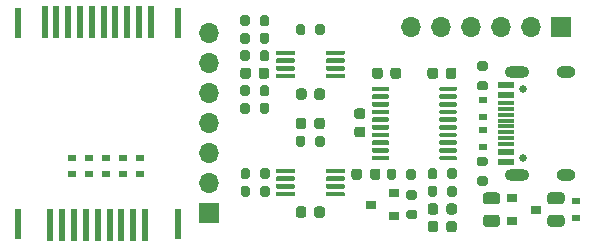
<source format=gbr>
%TF.GenerationSoftware,KiCad,Pcbnew,5.1.9-73d0e3b20d~88~ubuntu20.04.1*%
%TF.CreationDate,2021-06-05T19:28:38+02:00*%
%TF.ProjectId,wally,77616c6c-792e-46b6-9963-61645f706362,v1.03*%
%TF.SameCoordinates,Original*%
%TF.FileFunction,Soldermask,Top*%
%TF.FilePolarity,Negative*%
%FSLAX46Y46*%
G04 Gerber Fmt 4.6, Leading zero omitted, Abs format (unit mm)*
G04 Created by KiCad (PCBNEW 5.1.9-73d0e3b20d~88~ubuntu20.04.1) date 2021-06-05 19:28:38*
%MOMM*%
%LPD*%
G01*
G04 APERTURE LIST*
%ADD10O,1.600000X1.000000*%
%ADD11C,0.650000*%
%ADD12O,2.100000X1.000000*%
%ADD13R,1.450000X0.300000*%
%ADD14R,1.450000X0.600000*%
%ADD15R,0.900000X0.800000*%
%ADD16R,0.600000X2.600000*%
%ADD17R,0.500000X2.800000*%
%ADD18R,0.700000X0.600000*%
%ADD19R,1.700000X1.700000*%
%ADD20O,1.700000X1.700000*%
G04 APERTURE END LIST*
D10*
%TO.C,J1*%
X172650000Y-95680000D03*
D11*
X169000000Y-97110000D03*
D10*
X172650000Y-104320000D03*
D11*
X169000000Y-102890000D03*
D12*
X168470000Y-104320000D03*
X168470000Y-95680000D03*
D13*
X167555000Y-100250000D03*
X167555000Y-98250000D03*
X167555000Y-98750000D03*
X167555000Y-99250000D03*
X167555000Y-99750000D03*
X167555000Y-100750000D03*
X167555000Y-101250000D03*
X167555000Y-101750000D03*
D14*
X167555000Y-96750000D03*
X167555000Y-97550000D03*
X167555000Y-102450000D03*
X167555000Y-103250000D03*
X167555000Y-103250000D03*
X167555000Y-102450000D03*
X167555000Y-97550000D03*
X167555000Y-96750000D03*
%TD*%
D15*
%TO.C,Q4*%
X158110000Y-107820000D03*
X158110000Y-105920000D03*
X156110000Y-106870000D03*
%TD*%
D16*
%TO.C,J2*%
X139775000Y-108500000D03*
X126225000Y-108500000D03*
D17*
X137000000Y-108600000D03*
X136000000Y-108600000D03*
X135000000Y-108600000D03*
X134000000Y-108600000D03*
X133000000Y-108600000D03*
X132000000Y-108600000D03*
X131000000Y-108600000D03*
X130000000Y-108600000D03*
X129000000Y-108600000D03*
%TD*%
%TO.C,J3*%
X128500000Y-91400000D03*
X129500000Y-91400000D03*
X130500000Y-91400000D03*
X131500000Y-91400000D03*
X132500000Y-91400000D03*
X133500000Y-91400000D03*
X134500000Y-91400000D03*
X135500000Y-91400000D03*
X136500000Y-91400000D03*
X137500000Y-91400000D03*
D16*
X126225000Y-91500000D03*
X139775000Y-91500000D03*
%TD*%
%TO.C,C4*%
G36*
G01*
X172275000Y-106840000D02*
X171325000Y-106840000D01*
G75*
G02*
X171075000Y-106590000I0J250000D01*
G01*
X171075000Y-106090000D01*
G75*
G02*
X171325000Y-105840000I250000J0D01*
G01*
X172275000Y-105840000D01*
G75*
G02*
X172525000Y-106090000I0J-250000D01*
G01*
X172525000Y-106590000D01*
G75*
G02*
X172275000Y-106840000I-250000J0D01*
G01*
G37*
G36*
G01*
X172275000Y-108740000D02*
X171325000Y-108740000D01*
G75*
G02*
X171075000Y-108490000I0J250000D01*
G01*
X171075000Y-107990000D01*
G75*
G02*
X171325000Y-107740000I250000J0D01*
G01*
X172275000Y-107740000D01*
G75*
G02*
X172525000Y-107990000I0J-250000D01*
G01*
X172525000Y-108490000D01*
G75*
G02*
X172275000Y-108740000I-250000J0D01*
G01*
G37*
%TD*%
%TO.C,C5*%
G36*
G01*
X166815000Y-108740000D02*
X165865000Y-108740000D01*
G75*
G02*
X165615000Y-108490000I0J250000D01*
G01*
X165615000Y-107990000D01*
G75*
G02*
X165865000Y-107740000I250000J0D01*
G01*
X166815000Y-107740000D01*
G75*
G02*
X167065000Y-107990000I0J-250000D01*
G01*
X167065000Y-108490000D01*
G75*
G02*
X166815000Y-108740000I-250000J0D01*
G01*
G37*
G36*
G01*
X166815000Y-106840000D02*
X165865000Y-106840000D01*
G75*
G02*
X165615000Y-106590000I0J250000D01*
G01*
X165615000Y-106090000D01*
G75*
G02*
X165865000Y-105840000I250000J0D01*
G01*
X166815000Y-105840000D01*
G75*
G02*
X167065000Y-106090000I0J-250000D01*
G01*
X167065000Y-106590000D01*
G75*
G02*
X166815000Y-106840000I-250000J0D01*
G01*
G37*
%TD*%
%TO.C,U1*%
G36*
G01*
X161925000Y-97175000D02*
X161925000Y-96975000D01*
G75*
G02*
X162025000Y-96875000I100000J0D01*
G01*
X163300000Y-96875000D01*
G75*
G02*
X163400000Y-96975000I0J-100000D01*
G01*
X163400000Y-97175000D01*
G75*
G02*
X163300000Y-97275000I-100000J0D01*
G01*
X162025000Y-97275000D01*
G75*
G02*
X161925000Y-97175000I0J100000D01*
G01*
G37*
G36*
G01*
X161925000Y-97825000D02*
X161925000Y-97625000D01*
G75*
G02*
X162025000Y-97525000I100000J0D01*
G01*
X163300000Y-97525000D01*
G75*
G02*
X163400000Y-97625000I0J-100000D01*
G01*
X163400000Y-97825000D01*
G75*
G02*
X163300000Y-97925000I-100000J0D01*
G01*
X162025000Y-97925000D01*
G75*
G02*
X161925000Y-97825000I0J100000D01*
G01*
G37*
G36*
G01*
X161925000Y-98475000D02*
X161925000Y-98275000D01*
G75*
G02*
X162025000Y-98175000I100000J0D01*
G01*
X163300000Y-98175000D01*
G75*
G02*
X163400000Y-98275000I0J-100000D01*
G01*
X163400000Y-98475000D01*
G75*
G02*
X163300000Y-98575000I-100000J0D01*
G01*
X162025000Y-98575000D01*
G75*
G02*
X161925000Y-98475000I0J100000D01*
G01*
G37*
G36*
G01*
X161925000Y-99125000D02*
X161925000Y-98925000D01*
G75*
G02*
X162025000Y-98825000I100000J0D01*
G01*
X163300000Y-98825000D01*
G75*
G02*
X163400000Y-98925000I0J-100000D01*
G01*
X163400000Y-99125000D01*
G75*
G02*
X163300000Y-99225000I-100000J0D01*
G01*
X162025000Y-99225000D01*
G75*
G02*
X161925000Y-99125000I0J100000D01*
G01*
G37*
G36*
G01*
X161925000Y-99775000D02*
X161925000Y-99575000D01*
G75*
G02*
X162025000Y-99475000I100000J0D01*
G01*
X163300000Y-99475000D01*
G75*
G02*
X163400000Y-99575000I0J-100000D01*
G01*
X163400000Y-99775000D01*
G75*
G02*
X163300000Y-99875000I-100000J0D01*
G01*
X162025000Y-99875000D01*
G75*
G02*
X161925000Y-99775000I0J100000D01*
G01*
G37*
G36*
G01*
X161925000Y-100425000D02*
X161925000Y-100225000D01*
G75*
G02*
X162025000Y-100125000I100000J0D01*
G01*
X163300000Y-100125000D01*
G75*
G02*
X163400000Y-100225000I0J-100000D01*
G01*
X163400000Y-100425000D01*
G75*
G02*
X163300000Y-100525000I-100000J0D01*
G01*
X162025000Y-100525000D01*
G75*
G02*
X161925000Y-100425000I0J100000D01*
G01*
G37*
G36*
G01*
X161925000Y-101075000D02*
X161925000Y-100875000D01*
G75*
G02*
X162025000Y-100775000I100000J0D01*
G01*
X163300000Y-100775000D01*
G75*
G02*
X163400000Y-100875000I0J-100000D01*
G01*
X163400000Y-101075000D01*
G75*
G02*
X163300000Y-101175000I-100000J0D01*
G01*
X162025000Y-101175000D01*
G75*
G02*
X161925000Y-101075000I0J100000D01*
G01*
G37*
G36*
G01*
X161925000Y-101725000D02*
X161925000Y-101525000D01*
G75*
G02*
X162025000Y-101425000I100000J0D01*
G01*
X163300000Y-101425000D01*
G75*
G02*
X163400000Y-101525000I0J-100000D01*
G01*
X163400000Y-101725000D01*
G75*
G02*
X163300000Y-101825000I-100000J0D01*
G01*
X162025000Y-101825000D01*
G75*
G02*
X161925000Y-101725000I0J100000D01*
G01*
G37*
G36*
G01*
X161925000Y-102375000D02*
X161925000Y-102175000D01*
G75*
G02*
X162025000Y-102075000I100000J0D01*
G01*
X163300000Y-102075000D01*
G75*
G02*
X163400000Y-102175000I0J-100000D01*
G01*
X163400000Y-102375000D01*
G75*
G02*
X163300000Y-102475000I-100000J0D01*
G01*
X162025000Y-102475000D01*
G75*
G02*
X161925000Y-102375000I0J100000D01*
G01*
G37*
G36*
G01*
X161925000Y-103025000D02*
X161925000Y-102825000D01*
G75*
G02*
X162025000Y-102725000I100000J0D01*
G01*
X163300000Y-102725000D01*
G75*
G02*
X163400000Y-102825000I0J-100000D01*
G01*
X163400000Y-103025000D01*
G75*
G02*
X163300000Y-103125000I-100000J0D01*
G01*
X162025000Y-103125000D01*
G75*
G02*
X161925000Y-103025000I0J100000D01*
G01*
G37*
G36*
G01*
X156200000Y-103025000D02*
X156200000Y-102825000D01*
G75*
G02*
X156300000Y-102725000I100000J0D01*
G01*
X157575000Y-102725000D01*
G75*
G02*
X157675000Y-102825000I0J-100000D01*
G01*
X157675000Y-103025000D01*
G75*
G02*
X157575000Y-103125000I-100000J0D01*
G01*
X156300000Y-103125000D01*
G75*
G02*
X156200000Y-103025000I0J100000D01*
G01*
G37*
G36*
G01*
X156200000Y-102375000D02*
X156200000Y-102175000D01*
G75*
G02*
X156300000Y-102075000I100000J0D01*
G01*
X157575000Y-102075000D01*
G75*
G02*
X157675000Y-102175000I0J-100000D01*
G01*
X157675000Y-102375000D01*
G75*
G02*
X157575000Y-102475000I-100000J0D01*
G01*
X156300000Y-102475000D01*
G75*
G02*
X156200000Y-102375000I0J100000D01*
G01*
G37*
G36*
G01*
X156200000Y-101725000D02*
X156200000Y-101525000D01*
G75*
G02*
X156300000Y-101425000I100000J0D01*
G01*
X157575000Y-101425000D01*
G75*
G02*
X157675000Y-101525000I0J-100000D01*
G01*
X157675000Y-101725000D01*
G75*
G02*
X157575000Y-101825000I-100000J0D01*
G01*
X156300000Y-101825000D01*
G75*
G02*
X156200000Y-101725000I0J100000D01*
G01*
G37*
G36*
G01*
X156200000Y-101075000D02*
X156200000Y-100875000D01*
G75*
G02*
X156300000Y-100775000I100000J0D01*
G01*
X157575000Y-100775000D01*
G75*
G02*
X157675000Y-100875000I0J-100000D01*
G01*
X157675000Y-101075000D01*
G75*
G02*
X157575000Y-101175000I-100000J0D01*
G01*
X156300000Y-101175000D01*
G75*
G02*
X156200000Y-101075000I0J100000D01*
G01*
G37*
G36*
G01*
X156200000Y-100425000D02*
X156200000Y-100225000D01*
G75*
G02*
X156300000Y-100125000I100000J0D01*
G01*
X157575000Y-100125000D01*
G75*
G02*
X157675000Y-100225000I0J-100000D01*
G01*
X157675000Y-100425000D01*
G75*
G02*
X157575000Y-100525000I-100000J0D01*
G01*
X156300000Y-100525000D01*
G75*
G02*
X156200000Y-100425000I0J100000D01*
G01*
G37*
G36*
G01*
X156200000Y-99775000D02*
X156200000Y-99575000D01*
G75*
G02*
X156300000Y-99475000I100000J0D01*
G01*
X157575000Y-99475000D01*
G75*
G02*
X157675000Y-99575000I0J-100000D01*
G01*
X157675000Y-99775000D01*
G75*
G02*
X157575000Y-99875000I-100000J0D01*
G01*
X156300000Y-99875000D01*
G75*
G02*
X156200000Y-99775000I0J100000D01*
G01*
G37*
G36*
G01*
X156200000Y-99125000D02*
X156200000Y-98925000D01*
G75*
G02*
X156300000Y-98825000I100000J0D01*
G01*
X157575000Y-98825000D01*
G75*
G02*
X157675000Y-98925000I0J-100000D01*
G01*
X157675000Y-99125000D01*
G75*
G02*
X157575000Y-99225000I-100000J0D01*
G01*
X156300000Y-99225000D01*
G75*
G02*
X156200000Y-99125000I0J100000D01*
G01*
G37*
G36*
G01*
X156200000Y-98475000D02*
X156200000Y-98275000D01*
G75*
G02*
X156300000Y-98175000I100000J0D01*
G01*
X157575000Y-98175000D01*
G75*
G02*
X157675000Y-98275000I0J-100000D01*
G01*
X157675000Y-98475000D01*
G75*
G02*
X157575000Y-98575000I-100000J0D01*
G01*
X156300000Y-98575000D01*
G75*
G02*
X156200000Y-98475000I0J100000D01*
G01*
G37*
G36*
G01*
X156200000Y-97825000D02*
X156200000Y-97625000D01*
G75*
G02*
X156300000Y-97525000I100000J0D01*
G01*
X157575000Y-97525000D01*
G75*
G02*
X157675000Y-97625000I0J-100000D01*
G01*
X157675000Y-97825000D01*
G75*
G02*
X157575000Y-97925000I-100000J0D01*
G01*
X156300000Y-97925000D01*
G75*
G02*
X156200000Y-97825000I0J100000D01*
G01*
G37*
G36*
G01*
X156200000Y-97175000D02*
X156200000Y-96975000D01*
G75*
G02*
X156300000Y-96875000I100000J0D01*
G01*
X157575000Y-96875000D01*
G75*
G02*
X157675000Y-96975000I0J-100000D01*
G01*
X157675000Y-97175000D01*
G75*
G02*
X157575000Y-97275000I-100000J0D01*
G01*
X156300000Y-97275000D01*
G75*
G02*
X156200000Y-97175000I0J100000D01*
G01*
G37*
%TD*%
D15*
%TO.C,U2*%
X170070000Y-107290000D03*
X168070000Y-108240000D03*
X168070000Y-106340000D03*
%TD*%
D18*
%TO.C,D2*%
X165600000Y-98030000D03*
X165600000Y-99430000D03*
%TD*%
%TO.C,D3*%
X165600000Y-100570000D03*
X165600000Y-101970000D03*
%TD*%
%TO.C,D5*%
X173510000Y-107990000D03*
X173510000Y-106590000D03*
%TD*%
D19*
%TO.C,J4*%
X172200000Y-91800000D03*
D20*
X169660000Y-91800000D03*
X167120000Y-91800000D03*
X164580000Y-91800000D03*
X162040000Y-91800000D03*
X159500000Y-91800000D03*
%TD*%
D18*
%TO.C,D1*%
X136540000Y-104296000D03*
X136540000Y-102896000D03*
%TD*%
%TO.C,D7*%
X135110000Y-104296000D03*
X135110000Y-102896000D03*
%TD*%
%TO.C,D8*%
X132240000Y-102896000D03*
X132240000Y-104296000D03*
%TD*%
%TO.C,D9*%
X133680000Y-104296000D03*
X133680000Y-102896000D03*
%TD*%
%TO.C,D10*%
X130810000Y-102896000D03*
X130810000Y-104296000D03*
%TD*%
%TO.C,U3*%
G36*
G01*
X149700000Y-95875000D02*
X149700000Y-96075000D01*
G75*
G02*
X149600000Y-96175000I-100000J0D01*
G01*
X148175000Y-96175000D01*
G75*
G02*
X148075000Y-96075000I0J100000D01*
G01*
X148075000Y-95875000D01*
G75*
G02*
X148175000Y-95775000I100000J0D01*
G01*
X149600000Y-95775000D01*
G75*
G02*
X149700000Y-95875000I0J-100000D01*
G01*
G37*
G36*
G01*
X149700000Y-95225000D02*
X149700000Y-95425000D01*
G75*
G02*
X149600000Y-95525000I-100000J0D01*
G01*
X148175000Y-95525000D01*
G75*
G02*
X148075000Y-95425000I0J100000D01*
G01*
X148075000Y-95225000D01*
G75*
G02*
X148175000Y-95125000I100000J0D01*
G01*
X149600000Y-95125000D01*
G75*
G02*
X149700000Y-95225000I0J-100000D01*
G01*
G37*
G36*
G01*
X149700000Y-94575000D02*
X149700000Y-94775000D01*
G75*
G02*
X149600000Y-94875000I-100000J0D01*
G01*
X148175000Y-94875000D01*
G75*
G02*
X148075000Y-94775000I0J100000D01*
G01*
X148075000Y-94575000D01*
G75*
G02*
X148175000Y-94475000I100000J0D01*
G01*
X149600000Y-94475000D01*
G75*
G02*
X149700000Y-94575000I0J-100000D01*
G01*
G37*
G36*
G01*
X149700000Y-93925000D02*
X149700000Y-94125000D01*
G75*
G02*
X149600000Y-94225000I-100000J0D01*
G01*
X148175000Y-94225000D01*
G75*
G02*
X148075000Y-94125000I0J100000D01*
G01*
X148075000Y-93925000D01*
G75*
G02*
X148175000Y-93825000I100000J0D01*
G01*
X149600000Y-93825000D01*
G75*
G02*
X149700000Y-93925000I0J-100000D01*
G01*
G37*
G36*
G01*
X153925000Y-93925000D02*
X153925000Y-94125000D01*
G75*
G02*
X153825000Y-94225000I-100000J0D01*
G01*
X152400000Y-94225000D01*
G75*
G02*
X152300000Y-94125000I0J100000D01*
G01*
X152300000Y-93925000D01*
G75*
G02*
X152400000Y-93825000I100000J0D01*
G01*
X153825000Y-93825000D01*
G75*
G02*
X153925000Y-93925000I0J-100000D01*
G01*
G37*
G36*
G01*
X153925000Y-94575000D02*
X153925000Y-94775000D01*
G75*
G02*
X153825000Y-94875000I-100000J0D01*
G01*
X152400000Y-94875000D01*
G75*
G02*
X152300000Y-94775000I0J100000D01*
G01*
X152300000Y-94575000D01*
G75*
G02*
X152400000Y-94475000I100000J0D01*
G01*
X153825000Y-94475000D01*
G75*
G02*
X153925000Y-94575000I0J-100000D01*
G01*
G37*
G36*
G01*
X153925000Y-95225000D02*
X153925000Y-95425000D01*
G75*
G02*
X153825000Y-95525000I-100000J0D01*
G01*
X152400000Y-95525000D01*
G75*
G02*
X152300000Y-95425000I0J100000D01*
G01*
X152300000Y-95225000D01*
G75*
G02*
X152400000Y-95125000I100000J0D01*
G01*
X153825000Y-95125000D01*
G75*
G02*
X153925000Y-95225000I0J-100000D01*
G01*
G37*
G36*
G01*
X153925000Y-95875000D02*
X153925000Y-96075000D01*
G75*
G02*
X153825000Y-96175000I-100000J0D01*
G01*
X152400000Y-96175000D01*
G75*
G02*
X152300000Y-96075000I0J100000D01*
G01*
X152300000Y-95875000D01*
G75*
G02*
X152400000Y-95775000I100000J0D01*
G01*
X153825000Y-95775000D01*
G75*
G02*
X153925000Y-95875000I0J-100000D01*
G01*
G37*
%TD*%
%TO.C,U4*%
G36*
G01*
X153925000Y-105875000D02*
X153925000Y-106075000D01*
G75*
G02*
X153825000Y-106175000I-100000J0D01*
G01*
X152400000Y-106175000D01*
G75*
G02*
X152300000Y-106075000I0J100000D01*
G01*
X152300000Y-105875000D01*
G75*
G02*
X152400000Y-105775000I100000J0D01*
G01*
X153825000Y-105775000D01*
G75*
G02*
X153925000Y-105875000I0J-100000D01*
G01*
G37*
G36*
G01*
X153925000Y-105225000D02*
X153925000Y-105425000D01*
G75*
G02*
X153825000Y-105525000I-100000J0D01*
G01*
X152400000Y-105525000D01*
G75*
G02*
X152300000Y-105425000I0J100000D01*
G01*
X152300000Y-105225000D01*
G75*
G02*
X152400000Y-105125000I100000J0D01*
G01*
X153825000Y-105125000D01*
G75*
G02*
X153925000Y-105225000I0J-100000D01*
G01*
G37*
G36*
G01*
X153925000Y-104575000D02*
X153925000Y-104775000D01*
G75*
G02*
X153825000Y-104875000I-100000J0D01*
G01*
X152400000Y-104875000D01*
G75*
G02*
X152300000Y-104775000I0J100000D01*
G01*
X152300000Y-104575000D01*
G75*
G02*
X152400000Y-104475000I100000J0D01*
G01*
X153825000Y-104475000D01*
G75*
G02*
X153925000Y-104575000I0J-100000D01*
G01*
G37*
G36*
G01*
X153925000Y-103925000D02*
X153925000Y-104125000D01*
G75*
G02*
X153825000Y-104225000I-100000J0D01*
G01*
X152400000Y-104225000D01*
G75*
G02*
X152300000Y-104125000I0J100000D01*
G01*
X152300000Y-103925000D01*
G75*
G02*
X152400000Y-103825000I100000J0D01*
G01*
X153825000Y-103825000D01*
G75*
G02*
X153925000Y-103925000I0J-100000D01*
G01*
G37*
G36*
G01*
X149700000Y-103925000D02*
X149700000Y-104125000D01*
G75*
G02*
X149600000Y-104225000I-100000J0D01*
G01*
X148175000Y-104225000D01*
G75*
G02*
X148075000Y-104125000I0J100000D01*
G01*
X148075000Y-103925000D01*
G75*
G02*
X148175000Y-103825000I100000J0D01*
G01*
X149600000Y-103825000D01*
G75*
G02*
X149700000Y-103925000I0J-100000D01*
G01*
G37*
G36*
G01*
X149700000Y-104575000D02*
X149700000Y-104775000D01*
G75*
G02*
X149600000Y-104875000I-100000J0D01*
G01*
X148175000Y-104875000D01*
G75*
G02*
X148075000Y-104775000I0J100000D01*
G01*
X148075000Y-104575000D01*
G75*
G02*
X148175000Y-104475000I100000J0D01*
G01*
X149600000Y-104475000D01*
G75*
G02*
X149700000Y-104575000I0J-100000D01*
G01*
G37*
G36*
G01*
X149700000Y-105225000D02*
X149700000Y-105425000D01*
G75*
G02*
X149600000Y-105525000I-100000J0D01*
G01*
X148175000Y-105525000D01*
G75*
G02*
X148075000Y-105425000I0J100000D01*
G01*
X148075000Y-105225000D01*
G75*
G02*
X148175000Y-105125000I100000J0D01*
G01*
X149600000Y-105125000D01*
G75*
G02*
X149700000Y-105225000I0J-100000D01*
G01*
G37*
G36*
G01*
X149700000Y-105875000D02*
X149700000Y-106075000D01*
G75*
G02*
X149600000Y-106175000I-100000J0D01*
G01*
X148175000Y-106175000D01*
G75*
G02*
X148075000Y-106075000I0J100000D01*
G01*
X148075000Y-105875000D01*
G75*
G02*
X148175000Y-105775000I100000J0D01*
G01*
X149600000Y-105775000D01*
G75*
G02*
X149700000Y-105875000I0J-100000D01*
G01*
G37*
%TD*%
%TO.C,C1*%
G36*
G01*
X155440000Y-101170000D02*
X154940000Y-101170000D01*
G75*
G02*
X154715000Y-100945000I0J225000D01*
G01*
X154715000Y-100495000D01*
G75*
G02*
X154940000Y-100270000I225000J0D01*
G01*
X155440000Y-100270000D01*
G75*
G02*
X155665000Y-100495000I0J-225000D01*
G01*
X155665000Y-100945000D01*
G75*
G02*
X155440000Y-101170000I-225000J0D01*
G01*
G37*
G36*
G01*
X155440000Y-99620000D02*
X154940000Y-99620000D01*
G75*
G02*
X154715000Y-99395000I0J225000D01*
G01*
X154715000Y-98945000D01*
G75*
G02*
X154940000Y-98720000I225000J0D01*
G01*
X155440000Y-98720000D01*
G75*
G02*
X155665000Y-98945000I0J-225000D01*
G01*
X155665000Y-99395000D01*
G75*
G02*
X155440000Y-99620000I-225000J0D01*
G01*
G37*
%TD*%
%TO.C,C2*%
G36*
G01*
X157780000Y-96000000D02*
X157780000Y-95500000D01*
G75*
G02*
X158005000Y-95275000I225000J0D01*
G01*
X158455000Y-95275000D01*
G75*
G02*
X158680000Y-95500000I0J-225000D01*
G01*
X158680000Y-96000000D01*
G75*
G02*
X158455000Y-96225000I-225000J0D01*
G01*
X158005000Y-96225000D01*
G75*
G02*
X157780000Y-96000000I0J225000D01*
G01*
G37*
G36*
G01*
X156230000Y-96000000D02*
X156230000Y-95500000D01*
G75*
G02*
X156455000Y-95275000I225000J0D01*
G01*
X156905000Y-95275000D01*
G75*
G02*
X157130000Y-95500000I0J-225000D01*
G01*
X157130000Y-96000000D01*
G75*
G02*
X156905000Y-96225000I-225000J0D01*
G01*
X156455000Y-96225000D01*
G75*
G02*
X156230000Y-96000000I0J225000D01*
G01*
G37*
%TD*%
%TO.C,C3*%
G36*
G01*
X163370000Y-95500000D02*
X163370000Y-96000000D01*
G75*
G02*
X163145000Y-96225000I-225000J0D01*
G01*
X162695000Y-96225000D01*
G75*
G02*
X162470000Y-96000000I0J225000D01*
G01*
X162470000Y-95500000D01*
G75*
G02*
X162695000Y-95275000I225000J0D01*
G01*
X163145000Y-95275000D01*
G75*
G02*
X163370000Y-95500000I0J-225000D01*
G01*
G37*
G36*
G01*
X161820000Y-95500000D02*
X161820000Y-96000000D01*
G75*
G02*
X161595000Y-96225000I-225000J0D01*
G01*
X161145000Y-96225000D01*
G75*
G02*
X160920000Y-96000000I0J225000D01*
G01*
X160920000Y-95500000D01*
G75*
G02*
X161145000Y-95275000I225000J0D01*
G01*
X161595000Y-95275000D01*
G75*
G02*
X161820000Y-95500000I0J-225000D01*
G01*
G37*
%TD*%
%TO.C,C6*%
G36*
G01*
X151335000Y-97760000D02*
X151335000Y-97260000D01*
G75*
G02*
X151560000Y-97035000I225000J0D01*
G01*
X152010000Y-97035000D01*
G75*
G02*
X152235000Y-97260000I0J-225000D01*
G01*
X152235000Y-97760000D01*
G75*
G02*
X152010000Y-97985000I-225000J0D01*
G01*
X151560000Y-97985000D01*
G75*
G02*
X151335000Y-97760000I0J225000D01*
G01*
G37*
G36*
G01*
X149785000Y-97760000D02*
X149785000Y-97260000D01*
G75*
G02*
X150010000Y-97035000I225000J0D01*
G01*
X150460000Y-97035000D01*
G75*
G02*
X150685000Y-97260000I0J-225000D01*
G01*
X150685000Y-97760000D01*
G75*
G02*
X150460000Y-97985000I-225000J0D01*
G01*
X150010000Y-97985000D01*
G75*
G02*
X149785000Y-97760000I0J225000D01*
G01*
G37*
%TD*%
%TO.C,C7*%
G36*
G01*
X151325000Y-107750000D02*
X151325000Y-107250000D01*
G75*
G02*
X151550000Y-107025000I225000J0D01*
G01*
X152000000Y-107025000D01*
G75*
G02*
X152225000Y-107250000I0J-225000D01*
G01*
X152225000Y-107750000D01*
G75*
G02*
X152000000Y-107975000I-225000J0D01*
G01*
X151550000Y-107975000D01*
G75*
G02*
X151325000Y-107750000I0J225000D01*
G01*
G37*
G36*
G01*
X149775000Y-107750000D02*
X149775000Y-107250000D01*
G75*
G02*
X150000000Y-107025000I225000J0D01*
G01*
X150450000Y-107025000D01*
G75*
G02*
X150675000Y-107250000I0J-225000D01*
G01*
X150675000Y-107750000D01*
G75*
G02*
X150450000Y-107975000I-225000J0D01*
G01*
X150000000Y-107975000D01*
G75*
G02*
X149775000Y-107750000I0J225000D01*
G01*
G37*
%TD*%
%TO.C,C8*%
G36*
G01*
X145965000Y-95495000D02*
X145965000Y-95995000D01*
G75*
G02*
X145740000Y-96220000I-225000J0D01*
G01*
X145290000Y-96220000D01*
G75*
G02*
X145065000Y-95995000I0J225000D01*
G01*
X145065000Y-95495000D01*
G75*
G02*
X145290000Y-95270000I225000J0D01*
G01*
X145740000Y-95270000D01*
G75*
G02*
X145965000Y-95495000I0J-225000D01*
G01*
G37*
G36*
G01*
X147515000Y-95495000D02*
X147515000Y-95995000D01*
G75*
G02*
X147290000Y-96220000I-225000J0D01*
G01*
X146840000Y-96220000D01*
G75*
G02*
X146615000Y-95995000I0J225000D01*
G01*
X146615000Y-95495000D01*
G75*
G02*
X146840000Y-95270000I225000J0D01*
G01*
X147290000Y-95270000D01*
G75*
G02*
X147515000Y-95495000I0J-225000D01*
G01*
G37*
%TD*%
%TO.C,D4*%
G36*
G01*
X161820000Y-108473750D02*
X161820000Y-108986250D01*
G75*
G02*
X161601250Y-109205000I-218750J0D01*
G01*
X161163750Y-109205000D01*
G75*
G02*
X160945000Y-108986250I0J218750D01*
G01*
X160945000Y-108473750D01*
G75*
G02*
X161163750Y-108255000I218750J0D01*
G01*
X161601250Y-108255000D01*
G75*
G02*
X161820000Y-108473750I0J-218750D01*
G01*
G37*
G36*
G01*
X163395000Y-108473750D02*
X163395000Y-108986250D01*
G75*
G02*
X163176250Y-109205000I-218750J0D01*
G01*
X162738750Y-109205000D01*
G75*
G02*
X162520000Y-108986250I0J218750D01*
G01*
X162520000Y-108473750D01*
G75*
G02*
X162738750Y-108255000I218750J0D01*
G01*
X163176250Y-108255000D01*
G75*
G02*
X163395000Y-108473750I0J-218750D01*
G01*
G37*
%TD*%
%TO.C,D6*%
G36*
G01*
X163395000Y-106983750D02*
X163395000Y-107496250D01*
G75*
G02*
X163176250Y-107715000I-218750J0D01*
G01*
X162738750Y-107715000D01*
G75*
G02*
X162520000Y-107496250I0J218750D01*
G01*
X162520000Y-106983750D01*
G75*
G02*
X162738750Y-106765000I218750J0D01*
G01*
X163176250Y-106765000D01*
G75*
G02*
X163395000Y-106983750I0J-218750D01*
G01*
G37*
G36*
G01*
X161820000Y-106983750D02*
X161820000Y-107496250D01*
G75*
G02*
X161601250Y-107715000I-218750J0D01*
G01*
X161163750Y-107715000D01*
G75*
G02*
X160945000Y-107496250I0J218750D01*
G01*
X160945000Y-106983750D01*
G75*
G02*
X161163750Y-106765000I218750J0D01*
G01*
X161601250Y-106765000D01*
G75*
G02*
X161820000Y-106983750I0J-218750D01*
G01*
G37*
%TD*%
%TO.C,R1*%
G36*
G01*
X165825000Y-103615000D02*
X165275000Y-103615000D01*
G75*
G02*
X165075000Y-103415000I0J200000D01*
G01*
X165075000Y-103015000D01*
G75*
G02*
X165275000Y-102815000I200000J0D01*
G01*
X165825000Y-102815000D01*
G75*
G02*
X166025000Y-103015000I0J-200000D01*
G01*
X166025000Y-103415000D01*
G75*
G02*
X165825000Y-103615000I-200000J0D01*
G01*
G37*
G36*
G01*
X165825000Y-105265000D02*
X165275000Y-105265000D01*
G75*
G02*
X165075000Y-105065000I0J200000D01*
G01*
X165075000Y-104665000D01*
G75*
G02*
X165275000Y-104465000I200000J0D01*
G01*
X165825000Y-104465000D01*
G75*
G02*
X166025000Y-104665000I0J-200000D01*
G01*
X166025000Y-105065000D01*
G75*
G02*
X165825000Y-105265000I-200000J0D01*
G01*
G37*
%TD*%
%TO.C,R2*%
G36*
G01*
X165295000Y-94745000D02*
X165845000Y-94745000D01*
G75*
G02*
X166045000Y-94945000I0J-200000D01*
G01*
X166045000Y-95345000D01*
G75*
G02*
X165845000Y-95545000I-200000J0D01*
G01*
X165295000Y-95545000D01*
G75*
G02*
X165095000Y-95345000I0J200000D01*
G01*
X165095000Y-94945000D01*
G75*
G02*
X165295000Y-94745000I200000J0D01*
G01*
G37*
G36*
G01*
X165295000Y-96395000D02*
X165845000Y-96395000D01*
G75*
G02*
X166045000Y-96595000I0J-200000D01*
G01*
X166045000Y-96995000D01*
G75*
G02*
X165845000Y-97195000I-200000J0D01*
G01*
X165295000Y-97195000D01*
G75*
G02*
X165095000Y-96995000I0J200000D01*
G01*
X165095000Y-96595000D01*
G75*
G02*
X165295000Y-96395000I200000J0D01*
G01*
G37*
%TD*%
%TO.C,R3*%
G36*
G01*
X152225000Y-91775000D02*
X152225000Y-92325000D01*
G75*
G02*
X152025000Y-92525000I-200000J0D01*
G01*
X151625000Y-92525000D01*
G75*
G02*
X151425000Y-92325000I0J200000D01*
G01*
X151425000Y-91775000D01*
G75*
G02*
X151625000Y-91575000I200000J0D01*
G01*
X152025000Y-91575000D01*
G75*
G02*
X152225000Y-91775000I0J-200000D01*
G01*
G37*
G36*
G01*
X150575000Y-91775000D02*
X150575000Y-92325000D01*
G75*
G02*
X150375000Y-92525000I-200000J0D01*
G01*
X149975000Y-92525000D01*
G75*
G02*
X149775000Y-92325000I0J200000D01*
G01*
X149775000Y-91775000D01*
G75*
G02*
X149975000Y-91575000I200000J0D01*
G01*
X150375000Y-91575000D01*
G75*
G02*
X150575000Y-91775000I0J-200000D01*
G01*
G37*
%TD*%
%TO.C,R8*%
G36*
G01*
X163395000Y-103985000D02*
X163395000Y-104535000D01*
G75*
G02*
X163195000Y-104735000I-200000J0D01*
G01*
X162795000Y-104735000D01*
G75*
G02*
X162595000Y-104535000I0J200000D01*
G01*
X162595000Y-103985000D01*
G75*
G02*
X162795000Y-103785000I200000J0D01*
G01*
X163195000Y-103785000D01*
G75*
G02*
X163395000Y-103985000I0J-200000D01*
G01*
G37*
G36*
G01*
X161745000Y-103985000D02*
X161745000Y-104535000D01*
G75*
G02*
X161545000Y-104735000I-200000J0D01*
G01*
X161145000Y-104735000D01*
G75*
G02*
X160945000Y-104535000I0J200000D01*
G01*
X160945000Y-103985000D01*
G75*
G02*
X161145000Y-103785000I200000J0D01*
G01*
X161545000Y-103785000D01*
G75*
G02*
X161745000Y-103985000I0J-200000D01*
G01*
G37*
%TD*%
%TO.C,R9*%
G36*
G01*
X147515000Y-93980000D02*
X147515000Y-94530000D01*
G75*
G02*
X147315000Y-94730000I-200000J0D01*
G01*
X146915000Y-94730000D01*
G75*
G02*
X146715000Y-94530000I0J200000D01*
G01*
X146715000Y-93980000D01*
G75*
G02*
X146915000Y-93780000I200000J0D01*
G01*
X147315000Y-93780000D01*
G75*
G02*
X147515000Y-93980000I0J-200000D01*
G01*
G37*
G36*
G01*
X145865000Y-93980000D02*
X145865000Y-94530000D01*
G75*
G02*
X145665000Y-94730000I-200000J0D01*
G01*
X145265000Y-94730000D01*
G75*
G02*
X145065000Y-94530000I0J200000D01*
G01*
X145065000Y-93980000D01*
G75*
G02*
X145265000Y-93780000I200000J0D01*
G01*
X145665000Y-93780000D01*
G75*
G02*
X145865000Y-93980000I0J-200000D01*
G01*
G37*
%TD*%
%TO.C,R10*%
G36*
G01*
X145065000Y-97500000D02*
X145065000Y-96950000D01*
G75*
G02*
X145265000Y-96750000I200000J0D01*
G01*
X145665000Y-96750000D01*
G75*
G02*
X145865000Y-96950000I0J-200000D01*
G01*
X145865000Y-97500000D01*
G75*
G02*
X145665000Y-97700000I-200000J0D01*
G01*
X145265000Y-97700000D01*
G75*
G02*
X145065000Y-97500000I0J200000D01*
G01*
G37*
G36*
G01*
X146715000Y-97500000D02*
X146715000Y-96950000D01*
G75*
G02*
X146915000Y-96750000I200000J0D01*
G01*
X147315000Y-96750000D01*
G75*
G02*
X147515000Y-96950000I0J-200000D01*
G01*
X147515000Y-97500000D01*
G75*
G02*
X147315000Y-97700000I-200000J0D01*
G01*
X146915000Y-97700000D01*
G75*
G02*
X146715000Y-97500000I0J200000D01*
G01*
G37*
%TD*%
%TO.C,R11*%
G36*
G01*
X145865000Y-98430000D02*
X145865000Y-98980000D01*
G75*
G02*
X145665000Y-99180000I-200000J0D01*
G01*
X145265000Y-99180000D01*
G75*
G02*
X145065000Y-98980000I0J200000D01*
G01*
X145065000Y-98430000D01*
G75*
G02*
X145265000Y-98230000I200000J0D01*
G01*
X145665000Y-98230000D01*
G75*
G02*
X145865000Y-98430000I0J-200000D01*
G01*
G37*
G36*
G01*
X147515000Y-98430000D02*
X147515000Y-98980000D01*
G75*
G02*
X147315000Y-99180000I-200000J0D01*
G01*
X146915000Y-99180000D01*
G75*
G02*
X146715000Y-98980000I0J200000D01*
G01*
X146715000Y-98430000D01*
G75*
G02*
X146915000Y-98230000I200000J0D01*
G01*
X147315000Y-98230000D01*
G75*
G02*
X147515000Y-98430000I0J-200000D01*
G01*
G37*
%TD*%
%TO.C,R12*%
G36*
G01*
X163395000Y-105475000D02*
X163395000Y-106025000D01*
G75*
G02*
X163195000Y-106225000I-200000J0D01*
G01*
X162795000Y-106225000D01*
G75*
G02*
X162595000Y-106025000I0J200000D01*
G01*
X162595000Y-105475000D01*
G75*
G02*
X162795000Y-105275000I200000J0D01*
G01*
X163195000Y-105275000D01*
G75*
G02*
X163395000Y-105475000I0J-200000D01*
G01*
G37*
G36*
G01*
X161745000Y-105475000D02*
X161745000Y-106025000D01*
G75*
G02*
X161545000Y-106225000I-200000J0D01*
G01*
X161145000Y-106225000D01*
G75*
G02*
X160945000Y-106025000I0J200000D01*
G01*
X160945000Y-105475000D01*
G75*
G02*
X161145000Y-105275000I200000J0D01*
G01*
X161545000Y-105275000D01*
G75*
G02*
X161745000Y-105475000I0J-200000D01*
G01*
G37*
%TD*%
%TO.C,R14*%
G36*
G01*
X159855000Y-106445000D02*
X159305000Y-106445000D01*
G75*
G02*
X159105000Y-106245000I0J200000D01*
G01*
X159105000Y-105845000D01*
G75*
G02*
X159305000Y-105645000I200000J0D01*
G01*
X159855000Y-105645000D01*
G75*
G02*
X160055000Y-105845000I0J-200000D01*
G01*
X160055000Y-106245000D01*
G75*
G02*
X159855000Y-106445000I-200000J0D01*
G01*
G37*
G36*
G01*
X159855000Y-108095000D02*
X159305000Y-108095000D01*
G75*
G02*
X159105000Y-107895000I0J200000D01*
G01*
X159105000Y-107495000D01*
G75*
G02*
X159305000Y-107295000I200000J0D01*
G01*
X159855000Y-107295000D01*
G75*
G02*
X160055000Y-107495000I0J-200000D01*
G01*
X160055000Y-107895000D01*
G75*
G02*
X159855000Y-108095000I-200000J0D01*
G01*
G37*
%TD*%
%TO.C,R15*%
G36*
G01*
X145065000Y-93050000D02*
X145065000Y-92500000D01*
G75*
G02*
X145265000Y-92300000I200000J0D01*
G01*
X145665000Y-92300000D01*
G75*
G02*
X145865000Y-92500000I0J-200000D01*
G01*
X145865000Y-93050000D01*
G75*
G02*
X145665000Y-93250000I-200000J0D01*
G01*
X145265000Y-93250000D01*
G75*
G02*
X145065000Y-93050000I0J200000D01*
G01*
G37*
G36*
G01*
X146715000Y-93050000D02*
X146715000Y-92500000D01*
G75*
G02*
X146915000Y-92300000I200000J0D01*
G01*
X147315000Y-92300000D01*
G75*
G02*
X147515000Y-92500000I0J-200000D01*
G01*
X147515000Y-93050000D01*
G75*
G02*
X147315000Y-93250000I-200000J0D01*
G01*
X146915000Y-93250000D01*
G75*
G02*
X146715000Y-93050000I0J200000D01*
G01*
G37*
%TD*%
%TO.C,R16*%
G36*
G01*
X145865000Y-91030000D02*
X145865000Y-91580000D01*
G75*
G02*
X145665000Y-91780000I-200000J0D01*
G01*
X145265000Y-91780000D01*
G75*
G02*
X145065000Y-91580000I0J200000D01*
G01*
X145065000Y-91030000D01*
G75*
G02*
X145265000Y-90830000I200000J0D01*
G01*
X145665000Y-90830000D01*
G75*
G02*
X145865000Y-91030000I0J-200000D01*
G01*
G37*
G36*
G01*
X147515000Y-91030000D02*
X147515000Y-91580000D01*
G75*
G02*
X147315000Y-91780000I-200000J0D01*
G01*
X146915000Y-91780000D01*
G75*
G02*
X146715000Y-91580000I0J200000D01*
G01*
X146715000Y-91030000D01*
G75*
G02*
X146915000Y-90830000I200000J0D01*
G01*
X147315000Y-90830000D01*
G75*
G02*
X147515000Y-91030000I0J-200000D01*
G01*
G37*
%TD*%
%TO.C,R17*%
G36*
G01*
X147545000Y-105465000D02*
X147545000Y-106015000D01*
G75*
G02*
X147345000Y-106215000I-200000J0D01*
G01*
X146945000Y-106215000D01*
G75*
G02*
X146745000Y-106015000I0J200000D01*
G01*
X146745000Y-105465000D01*
G75*
G02*
X146945000Y-105265000I200000J0D01*
G01*
X147345000Y-105265000D01*
G75*
G02*
X147545000Y-105465000I0J-200000D01*
G01*
G37*
G36*
G01*
X145895000Y-105465000D02*
X145895000Y-106015000D01*
G75*
G02*
X145695000Y-106215000I-200000J0D01*
G01*
X145295000Y-106215000D01*
G75*
G02*
X145095000Y-106015000I0J200000D01*
G01*
X145095000Y-105465000D01*
G75*
G02*
X145295000Y-105265000I200000J0D01*
G01*
X145695000Y-105265000D01*
G75*
G02*
X145895000Y-105465000I0J-200000D01*
G01*
G37*
%TD*%
%TO.C,R18*%
G36*
G01*
X145895000Y-103975000D02*
X145895000Y-104525000D01*
G75*
G02*
X145695000Y-104725000I-200000J0D01*
G01*
X145295000Y-104725000D01*
G75*
G02*
X145095000Y-104525000I0J200000D01*
G01*
X145095000Y-103975000D01*
G75*
G02*
X145295000Y-103775000I200000J0D01*
G01*
X145695000Y-103775000D01*
G75*
G02*
X145895000Y-103975000I0J-200000D01*
G01*
G37*
G36*
G01*
X147545000Y-103975000D02*
X147545000Y-104525000D01*
G75*
G02*
X147345000Y-104725000I-200000J0D01*
G01*
X146945000Y-104725000D01*
G75*
G02*
X146745000Y-104525000I0J200000D01*
G01*
X146745000Y-103975000D01*
G75*
G02*
X146945000Y-103775000I200000J0D01*
G01*
X147345000Y-103775000D01*
G75*
G02*
X147545000Y-103975000I0J-200000D01*
G01*
G37*
%TD*%
%TO.C,D11*%
G36*
G01*
X149775000Y-100256250D02*
X149775000Y-99743750D01*
G75*
G02*
X149993750Y-99525000I218750J0D01*
G01*
X150431250Y-99525000D01*
G75*
G02*
X150650000Y-99743750I0J-218750D01*
G01*
X150650000Y-100256250D01*
G75*
G02*
X150431250Y-100475000I-218750J0D01*
G01*
X149993750Y-100475000D01*
G75*
G02*
X149775000Y-100256250I0J218750D01*
G01*
G37*
G36*
G01*
X151350000Y-100256250D02*
X151350000Y-99743750D01*
G75*
G02*
X151568750Y-99525000I218750J0D01*
G01*
X152006250Y-99525000D01*
G75*
G02*
X152225000Y-99743750I0J-218750D01*
G01*
X152225000Y-100256250D01*
G75*
G02*
X152006250Y-100475000I-218750J0D01*
G01*
X151568750Y-100475000D01*
G75*
G02*
X151350000Y-100256250I0J218750D01*
G01*
G37*
%TD*%
D19*
%TO.C,J5*%
X142400000Y-107620000D03*
D20*
X142400000Y-105080000D03*
X142400000Y-102540000D03*
X142400000Y-100000000D03*
X142400000Y-97460000D03*
X142400000Y-94920000D03*
X142400000Y-92380000D03*
%TD*%
%TO.C,R4*%
G36*
G01*
X149775000Y-101775000D02*
X149775000Y-101225000D01*
G75*
G02*
X149975000Y-101025000I200000J0D01*
G01*
X150375000Y-101025000D01*
G75*
G02*
X150575000Y-101225000I0J-200000D01*
G01*
X150575000Y-101775000D01*
G75*
G02*
X150375000Y-101975000I-200000J0D01*
G01*
X149975000Y-101975000D01*
G75*
G02*
X149775000Y-101775000I0J200000D01*
G01*
G37*
G36*
G01*
X151425000Y-101775000D02*
X151425000Y-101225000D01*
G75*
G02*
X151625000Y-101025000I200000J0D01*
G01*
X152025000Y-101025000D01*
G75*
G02*
X152225000Y-101225000I0J-200000D01*
G01*
X152225000Y-101775000D01*
G75*
G02*
X152025000Y-101975000I-200000J0D01*
G01*
X151625000Y-101975000D01*
G75*
G02*
X151425000Y-101775000I0J200000D01*
G01*
G37*
%TD*%
%TO.C,D12*%
G36*
G01*
X154485000Y-104556250D02*
X154485000Y-104043750D01*
G75*
G02*
X154703750Y-103825000I218750J0D01*
G01*
X155141250Y-103825000D01*
G75*
G02*
X155360000Y-104043750I0J-218750D01*
G01*
X155360000Y-104556250D01*
G75*
G02*
X155141250Y-104775000I-218750J0D01*
G01*
X154703750Y-104775000D01*
G75*
G02*
X154485000Y-104556250I0J218750D01*
G01*
G37*
G36*
G01*
X156060000Y-104556250D02*
X156060000Y-104043750D01*
G75*
G02*
X156278750Y-103825000I218750J0D01*
G01*
X156716250Y-103825000D01*
G75*
G02*
X156935000Y-104043750I0J-218750D01*
G01*
X156935000Y-104556250D01*
G75*
G02*
X156716250Y-104775000I-218750J0D01*
G01*
X156278750Y-104775000D01*
G75*
G02*
X156060000Y-104556250I0J218750D01*
G01*
G37*
%TD*%
%TO.C,R5*%
G36*
G01*
X159925000Y-104025000D02*
X159925000Y-104575000D01*
G75*
G02*
X159725000Y-104775000I-200000J0D01*
G01*
X159325000Y-104775000D01*
G75*
G02*
X159125000Y-104575000I0J200000D01*
G01*
X159125000Y-104025000D01*
G75*
G02*
X159325000Y-103825000I200000J0D01*
G01*
X159725000Y-103825000D01*
G75*
G02*
X159925000Y-104025000I0J-200000D01*
G01*
G37*
G36*
G01*
X158275000Y-104025000D02*
X158275000Y-104575000D01*
G75*
G02*
X158075000Y-104775000I-200000J0D01*
G01*
X157675000Y-104775000D01*
G75*
G02*
X157475000Y-104575000I0J200000D01*
G01*
X157475000Y-104025000D01*
G75*
G02*
X157675000Y-103825000I200000J0D01*
G01*
X158075000Y-103825000D01*
G75*
G02*
X158275000Y-104025000I0J-200000D01*
G01*
G37*
%TD*%
M02*

</source>
